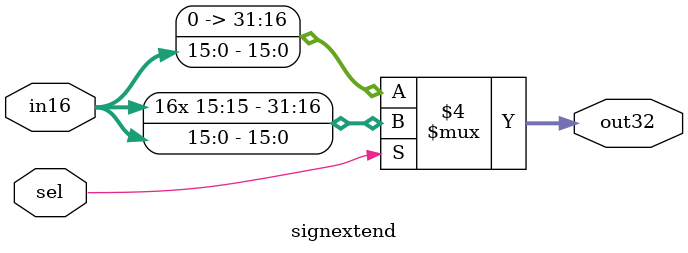
<source format=v>
`timescale 1ns / 1ps


module signextend (in16, sel, out32);
    input [15:0] in16;
    input sel;
    output reg [31:0] out32;
    always @(*)
    begin
    if (sel == 1'b1)
    out32 <= {{16{in16[15]}}, in16};
    else
    begin
    out32 <= {16'b0, in16};
    end
    end
endmodule

</source>
